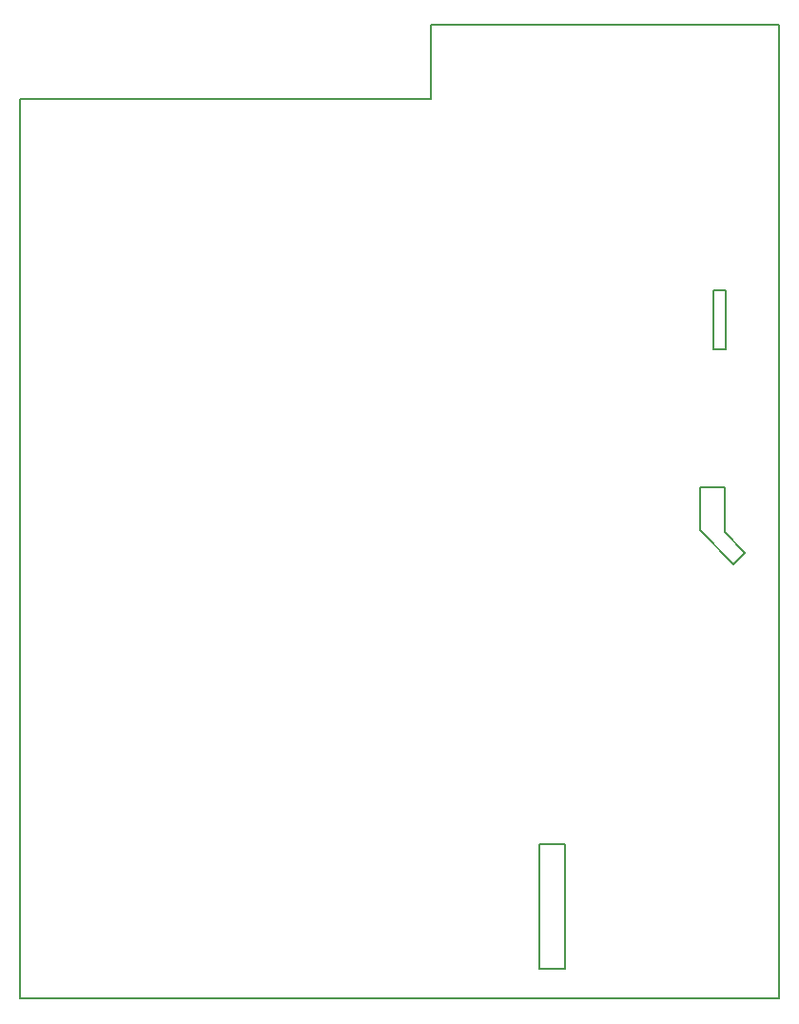
<source format=gbr>
G04 #@! TF.GenerationSoftware,KiCad,Pcbnew,5.0.2-bee76a0~70~ubuntu18.04.1*
G04 #@! TF.CreationDate,2020-04-22T18:31:08+02:00*
G04 #@! TF.ProjectId,Energy_Meter,456e6572-6779-45f4-9d65-7465722e6b69,rev?*
G04 #@! TF.SameCoordinates,Original*
G04 #@! TF.FileFunction,Profile,NP*
%FSLAX46Y46*%
G04 Gerber Fmt 4.6, Leading zero omitted, Abs format (unit mm)*
G04 Created by KiCad (PCBNEW 5.0.2-bee76a0~70~ubuntu18.04.1) date mer. 22 avril 2020 18:31:08 CEST*
%MOMM*%
%LPD*%
G01*
G04 APERTURE LIST*
%ADD10C,0.150000*%
G04 APERTURE END LIST*
D10*
X233426000Y-131318000D02*
X233426000Y-135255000D01*
X231267000Y-131318000D02*
X233426000Y-131318000D01*
X231267000Y-135128000D02*
X231267000Y-131318000D01*
X234188000Y-138176000D02*
X231267000Y-135128000D01*
X235204000Y-137160000D02*
X234188000Y-138176000D01*
X233426000Y-135255000D02*
X235204000Y-137160000D01*
X219202000Y-174117000D02*
X218821000Y-174117000D01*
X219202000Y-163068000D02*
X219202000Y-174117000D01*
X216916000Y-163068000D02*
X219202000Y-163068000D01*
X216916000Y-174117000D02*
X216916000Y-163068000D01*
X218821000Y-174117000D02*
X216916000Y-174117000D01*
X233553000Y-118999000D02*
X232410000Y-118999000D01*
X233553000Y-113792000D02*
X233553000Y-118999000D01*
X233299000Y-113792000D02*
X233553000Y-113792000D01*
X232410000Y-113792000D02*
X233299000Y-113792000D01*
X232410000Y-113792000D02*
X232410000Y-118999000D01*
X207264000Y-90170000D02*
X238252000Y-90170000D01*
X207264000Y-96774000D02*
X207264000Y-90170000D01*
X170688000Y-96774000D02*
X207264000Y-96774000D01*
X170688000Y-176784000D02*
X170688000Y-96774000D01*
X238252000Y-176784000D02*
X170688000Y-176784000D01*
X238252000Y-90170000D02*
X238252000Y-176784000D01*
M02*

</source>
